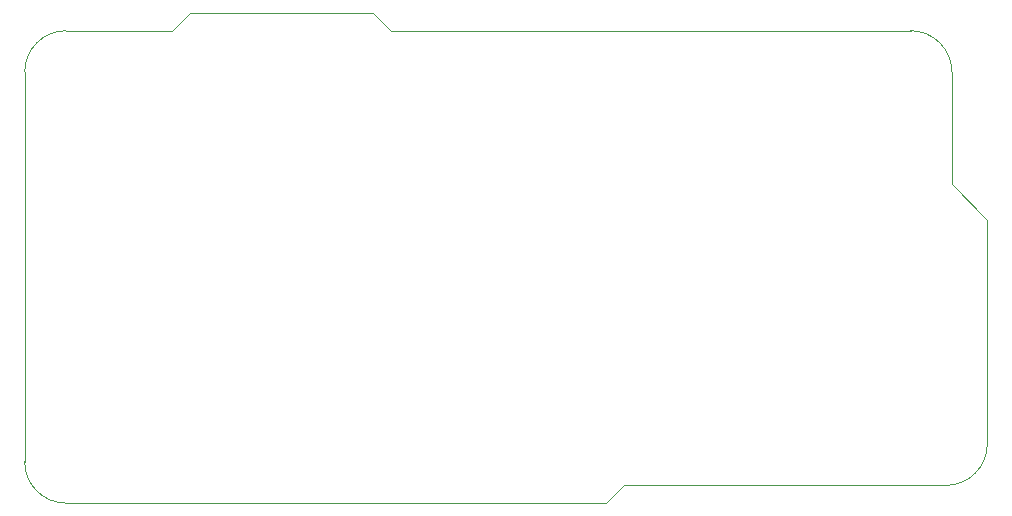
<source format=gbr>
%TF.GenerationSoftware,KiCad,Pcbnew,7.0.10*%
%TF.CreationDate,2024-03-04T12:47:41+01:00*%
%TF.ProjectId,OS-ServoDriver,4f532d53-6572-4766-9f44-72697665722e,rev?*%
%TF.SameCoordinates,Original*%
%TF.FileFunction,Profile,NP*%
%FSLAX46Y46*%
G04 Gerber Fmt 4.6, Leading zero omitted, Abs format (unit mm)*
G04 Created by KiCad (PCBNEW 7.0.10) date 2024-03-04 12:47:41*
%MOMM*%
%LPD*%
G01*
G04 APERTURE LIST*
%TA.AperFunction,Profile*%
%ADD10C,0.100000*%
%TD*%
G04 APERTURE END LIST*
D10*
X113000000Y-109000000D02*
X97500000Y-109000000D01*
X114500000Y-110500000D02*
X158500000Y-110500000D01*
X93500000Y-150500000D02*
X132750000Y-150500000D01*
X165000000Y-126500000D02*
X165000000Y-145500000D01*
X161500000Y-149000000D02*
G75*
G03*
X165000000Y-145500000I0J3500000D01*
G01*
X162000000Y-114000000D02*
G75*
G03*
X158500000Y-110500000I-3500000J0D01*
G01*
X132750000Y-150500000D02*
X134250000Y-149000000D01*
X97500000Y-109000000D02*
X96000000Y-110500000D01*
X93500000Y-150500000D02*
X87000000Y-150500000D01*
X113000000Y-109000000D02*
X114500000Y-110500000D01*
X162000000Y-123500000D02*
X162000000Y-114000000D01*
X83500000Y-147000000D02*
X83500000Y-114000000D01*
X83500000Y-147000000D02*
G75*
G03*
X87000000Y-150500000I3500000J0D01*
G01*
X96000000Y-110500000D02*
X87000000Y-110500000D01*
X165000000Y-126500000D02*
X162000000Y-123500000D01*
X134250000Y-149000000D02*
X161500000Y-149000000D01*
X87000000Y-110500000D02*
G75*
G03*
X83500000Y-114000000I0J-3500000D01*
G01*
M02*

</source>
